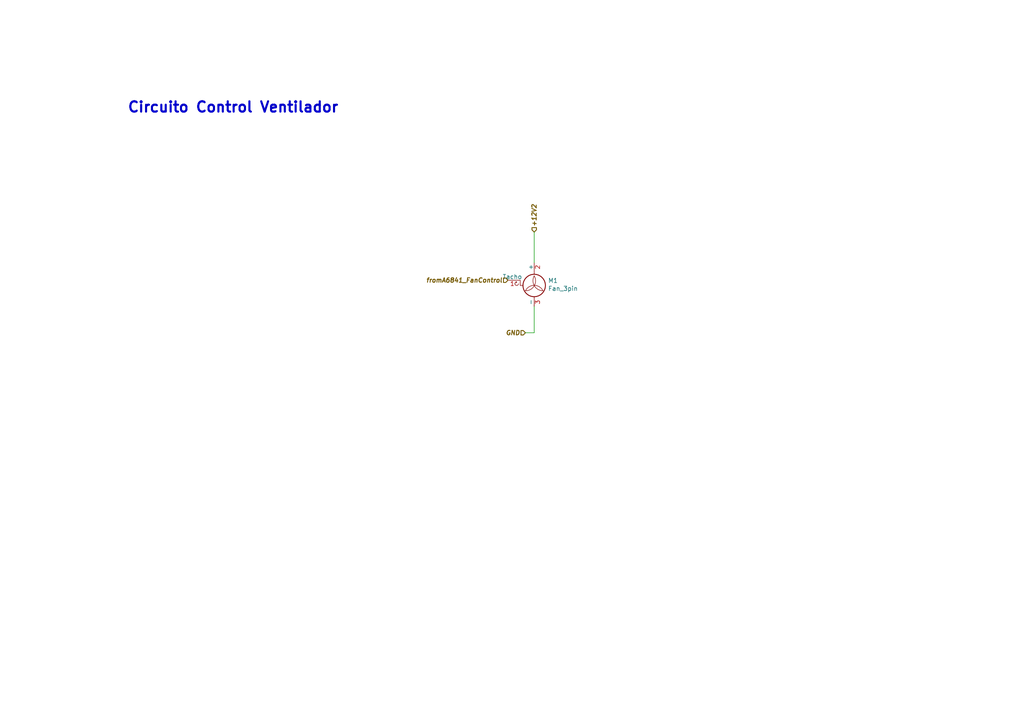
<source format=kicad_sch>
(kicad_sch (version 20211123) (generator eeschema)
  (paper "A4")
  (lib_symbols
    (symbol "Motor:Fan_3pin" (pin_names (offset 0))
      (property "Reference" "M" (at 2.54 2.54 0))
      (property "Value" "Fan_3pin" (at 2.54 -5.08 0))
      (symbol "Fan_3pin_0_0"
        (arc (start -5.588 -1.016) (mid -5.08 -1.524) (end -4.572 -1.016))
        (arc (start -5.08 -0.508) (mid -5.4392 -0.6568) (end -5.588 -1.016))
        (polyline (pts (xy -5.08 -0.508) (xy -5.334 -0.381)))
        (polyline (pts (xy -5.08 -0.508) (xy -5.207 -0.762)))
        (polyline (pts (xy -4.064 0) (xy -4.064 -1.524) (xy -3.302 -1.524)))
      )
      (symbol "Fan_3pin_0_1"
        (arc (start -2.54 -3.048) (mid -0.0014 -1.6352) (end 0 1.27))
        (circle (center 0 -1.524) (radius 3.2512) (stroke (width 0.254)))
        (polyline (pts (xy -4.064 0) (xy -5.08 0)))
        (polyline (pts (xy 0 -7.62) (xy 0 -7.112)))
        (polyline (pts (xy 0 -4.7752) (xy 0 -5.1816)))
        (polyline (pts (xy 0 1.7272) (xy 0 2.0828)))
        (polyline (pts (xy 0 2.032) (xy 0 2.54)))
        (arc (start 0 1.27) (mid 0.0468 -1.6086) (end 2.54 -3.048))
        (arc (start 2.54 -3.048) (mid 0 -1.4782) (end -2.54 -3.048))
      )
      (symbol "Fan_3pin_1_1"
        (pin passive line (at -7.62 0 0) (length 2.54) (name "Tacho") (number "1"))
        (pin passive line (at 0 5.08 270) (length 2.54) (name "+") (number "2"))
        (pin passive line (at 0 -7.62 90) (length 2.54) (name "-") (number "3"))
      )
    )
  )
  (wire (pts (xy 154.94 88.9) (xy 154.94 96.52)))
  (wire (pts (xy 154.94 76.2) (xy 154.94 67.31)))
  (wire (pts (xy 154.94 96.52) (xy 152.4 96.52)))
  (text "Circuito Control Ventilador" (at 36.83 33.02 0) (effects (font (size 2.9972 2.9972) (thickness 0.5994) bold) (justify left bottom)))
  (hierarchical_label "GND" (shape input) (at 152.4 96.52 180) (effects (font (size 1.2954 1.2954) (thickness 0.2591) bold italic)))
  (hierarchical_label "fromA6841_FanControl" (shape input) (at 147.32 81.28 180) (effects (font (size 1.2954 1.2954) (thickness 0.2591) bold italic)))
  (hierarchical_label "+12V2" (shape input) (at 154.94 67.31 90) (effects (font (size 1.2954 1.2954) (thickness 0.2591) bold italic)))
  (symbol (lib_id "Motor:Fan_3pin") (at 154.94 81.28 0) (unit 1)
    (property "Reference" "M1" (at 158.9532 81.3816 0) (effects (justify left)))
    (property "Value" "Fan_3pin" (at 158.9532 83.693 0) (effects (justify left)))
    (property "Footprint" "Connector_PinHeader_2.54mm:PinHeader_1x03_P2.54mm_Vertical" (effects hide))
    (property "Datasheet" "http://www.hardwarecanucks.com/forum/attachments/new-builds/16287d1330775095-help-chassis-power-fan-connectors-motherboard-asus_p8z68.jpg" (effects hide))
  )
)
</source>
